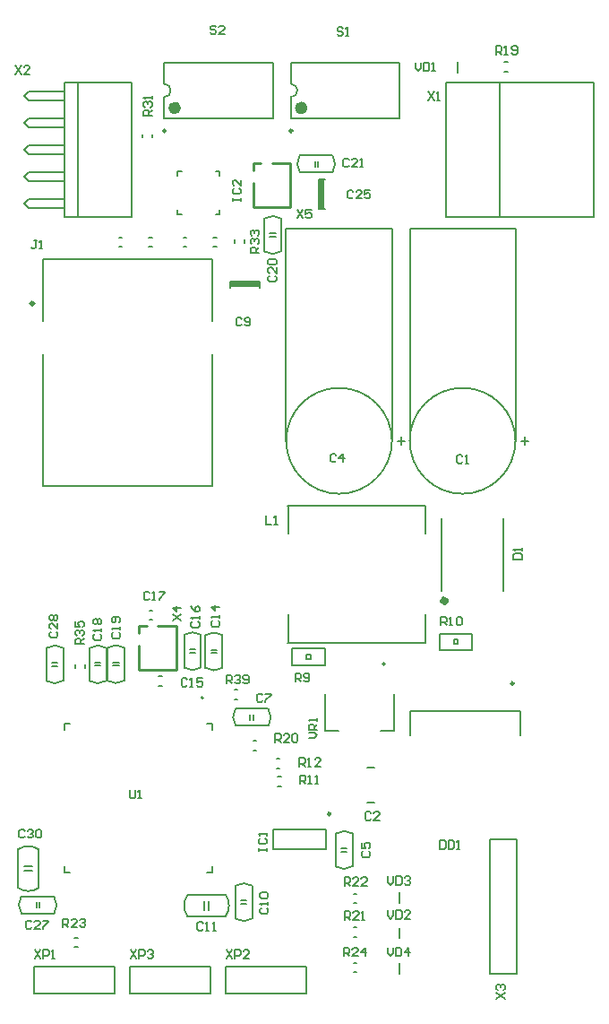
<source format=gto>
G04*
G04 #@! TF.GenerationSoftware,Altium Limited,Altium Designer,20.0.13 (296)*
G04*
G04 Layer_Color=65535*
%FSLAX44Y44*%
%MOMM*%
G71*
G01*
G75*
%ADD10C,0.2500*%
%ADD11C,0.2000*%
%ADD12C,0.6096*%
%ADD13C,0.1500*%
%ADD14C,0.6000*%
%ADD15C,0.3000*%
%ADD16C,0.1270*%
%ADD17C,0.2540*%
%ADD18C,0.1520*%
%ADD19C,0.1524*%
%ADD20R,0.5500X2.8001*%
%ADD21R,2.8000X0.5500*%
D10*
X309300Y229500D02*
G03*
X309300Y229500I-1250J0D01*
G01*
X482500Y352750D02*
G03*
X482500Y352750I-1250J0D01*
G01*
X273400Y874400D02*
G03*
X273400Y874400I-1250J0D01*
G01*
X153650D02*
G03*
X153650Y874400I-1250J0D01*
G01*
D11*
X360750Y371000D02*
G03*
X360750Y371000I-1000J0D01*
G01*
X189000Y338900D02*
G03*
X189000Y338900I-1000J0D01*
G01*
X484250Y581750D02*
G03*
X484250Y581750I-50000J0D01*
G01*
X367500D02*
G03*
X367500Y581750I-50000J0D01*
G01*
X271750Y906150D02*
G03*
X271750Y918850I0J6350D01*
G01*
X152000Y906150D02*
G03*
X152000Y918850I0J6350D01*
G01*
X258250Y272750D02*
X261250D01*
X258250Y281750D02*
X261250D01*
X259500Y255750D02*
X262500D01*
X259500Y264750D02*
X262500D01*
X218500Y337750D02*
X221500D01*
X218500Y346750D02*
X221500D01*
X236500Y289250D02*
X239500D01*
X236500Y298250D02*
X239500D01*
X255500Y214500D02*
X305500D01*
X255500Y196500D02*
X305500D01*
Y214500D01*
X255500Y196500D02*
Y214500D01*
X488500Y303750D02*
Y326250D01*
X384500D02*
X488500D01*
X384500Y303750D02*
Y326250D01*
X374250Y78750D02*
Y88750D01*
Y112000D02*
Y122000D01*
Y145250D02*
Y155250D01*
X331250Y153998D02*
X334250D01*
X331250Y144999D02*
X334250D01*
X331250Y122248D02*
X334250D01*
X331250Y113247D02*
X334250D01*
X331250Y88998D02*
X334250D01*
X331250Y79997D02*
X334250D01*
X68500Y367500D02*
Y370500D01*
X77500Y367500D02*
Y370500D01*
X140500Y868000D02*
Y871000D01*
X131500Y868000D02*
Y871000D01*
X147000Y350500D02*
X150000D01*
X147000Y359500D02*
X150000D01*
X137944Y412750D02*
X140944D01*
X137944Y421750D02*
X140944D01*
X298250Y801000D02*
Y829000D01*
Y801000D02*
X304250D01*
X298250Y829000D02*
X304250D01*
X214500Y732000D02*
X242500D01*
X214500Y726000D02*
Y732000D01*
X242500Y726000D02*
Y732000D01*
X227750Y768750D02*
Y771750D01*
X218750Y768750D02*
Y771750D01*
X473750Y939250D02*
X476750D01*
X473750Y930250D02*
X476750D01*
X469100Y919700D02*
X558000D01*
Y792700D02*
Y919700D01*
X469100Y792700D02*
X558000D01*
X418300D02*
Y919700D01*
X469100Y792700D02*
Y919700D01*
X418300D02*
X469100D01*
X418300Y792700D02*
X469100D01*
X429250Y929250D02*
Y939250D01*
X459800Y205850D02*
X485200D01*
Y78850D02*
Y205850D01*
X459800Y78850D02*
Y205850D01*
Y78850D02*
X485200D01*
X344500Y240250D02*
X350500D01*
X344500Y273250D02*
X350500D01*
X384500Y781750D02*
X484250D01*
X267250D02*
X367500D01*
X493000Y578250D02*
Y585250D01*
X489500Y581750D02*
X496500D01*
X376250Y578250D02*
Y585250D01*
X372750Y581750D02*
X379750D01*
X484250D02*
Y781750D01*
X384500Y581750D02*
Y781750D01*
X367500Y581750D02*
Y781750D01*
X267250Y581750D02*
Y781750D01*
X67250Y103500D02*
X70250D01*
X67250Y112500D02*
X70250D01*
X195675Y59550D02*
Y84950D01*
X119475Y59550D02*
Y84950D01*
X195675D01*
X119475Y59550D02*
X195675D01*
X271750Y886000D02*
X374750D01*
X271750Y939000D02*
X374750D01*
X271750Y886000D02*
Y906150D01*
Y918850D02*
Y939000D01*
X374750Y886000D02*
Y939000D01*
X152000Y886000D02*
X255000D01*
X152000Y939000D02*
X255000D01*
X152000Y886000D02*
Y906150D01*
Y918850D02*
Y939000D01*
X255000Y886000D02*
Y939000D01*
X23834Y911234D02*
X57700D01*
X19600Y907000D02*
X23834Y911234D01*
X19600Y907000D02*
X23834Y902767D01*
X57700D01*
X70400Y919700D02*
X121200D01*
X70400Y792700D02*
X121200D01*
X70400D02*
Y919700D01*
X121200Y792700D02*
Y919700D01*
X19600Y805400D02*
X23834Y801167D01*
X19600Y805400D02*
X23834Y809634D01*
Y826567D02*
X57700D01*
X19600Y830800D02*
X23834Y826567D01*
X19600Y830800D02*
X23834Y835034D01*
X57700D01*
X23834Y809634D02*
X57700D01*
X23834Y801167D02*
X57700D01*
X19600Y856200D02*
X23834Y851967D01*
X19600Y856200D02*
X23834Y860434D01*
Y877367D02*
X57700D01*
X19600Y881600D02*
X23834Y877367D01*
X19600Y881600D02*
X23834Y885834D01*
X57700D01*
X23834Y860434D02*
X57700D01*
X23834Y851967D02*
X57700D01*
Y792700D02*
X70400D01*
X57700D02*
Y919700D01*
X70400D01*
X28900Y59550D02*
Y84950D01*
X105100Y59550D02*
Y84950D01*
X28900Y59550D02*
X105100D01*
X28900Y84950D02*
X105100D01*
X210050Y59550D02*
Y84950D01*
X286250Y59550D02*
Y84950D01*
X210050Y59550D02*
X286250D01*
X210050Y84950D02*
X286250D01*
X170250Y774000D02*
X173250D01*
X170250Y765000D02*
X173250D01*
X137500D02*
X140500D01*
X137500Y774000D02*
X140500D01*
X109250D02*
X112250D01*
X109250Y765000D02*
X112250D01*
X198500D02*
X201500D01*
X198500Y774000D02*
X201500D01*
X280003Y274251D02*
Y282249D01*
X284002D01*
X285335Y280916D01*
Y278250D01*
X284002Y276917D01*
X280003D01*
X282669D02*
X285335Y274251D01*
X288001D02*
X290666D01*
X289334D01*
Y282249D01*
X288001Y280916D01*
X299997Y274251D02*
X294665D01*
X299997Y279583D01*
Y280916D01*
X298664Y282249D01*
X295998D01*
X294665Y280916D01*
X280586Y257751D02*
Y265749D01*
X284585D01*
X285918Y264416D01*
Y261750D01*
X284585Y260417D01*
X280586D01*
X283252D02*
X285918Y257751D01*
X288584D02*
X291249D01*
X289916D01*
Y265749D01*
X288584Y264416D01*
X295248Y257751D02*
X297914D01*
X296581D01*
Y265749D01*
X295248Y264416D01*
X210837Y352501D02*
Y360499D01*
X214835D01*
X216168Y359166D01*
Y356500D01*
X214835Y355167D01*
X210837D01*
X213503D02*
X216168Y352501D01*
X218834Y359166D02*
X220167Y360499D01*
X222833D01*
X224166Y359166D01*
Y357833D01*
X222833Y356500D01*
X221500D01*
X222833D01*
X224166Y355167D01*
Y353834D01*
X222833Y352501D01*
X220167D01*
X218834Y353834D01*
X226832D02*
X228165Y352501D01*
X230830D01*
X232163Y353834D01*
Y359166D01*
X230830Y360499D01*
X228165D01*
X226832Y359166D01*
Y357833D01*
X228165Y356500D01*
X232163D01*
X278085Y799999D02*
X283417Y792001D01*
Y799999D02*
X278085Y792001D01*
X291415Y799999D02*
X286083D01*
Y796000D01*
X288749Y797333D01*
X290082D01*
X291415Y796000D01*
Y793334D01*
X290082Y792001D01*
X287416D01*
X286083Y793334D01*
X160001Y412336D02*
X167999Y417667D01*
X160001D02*
X167999Y412336D01*
Y424332D02*
X160001D01*
X164000Y420333D01*
Y425664D01*
X466251Y55086D02*
X474249Y60417D01*
X466251D02*
X474249Y55086D01*
X467584Y63083D02*
X466251Y64416D01*
Y67082D01*
X467584Y68415D01*
X468917D01*
X470250Y67082D01*
Y65749D01*
Y67082D01*
X471583Y68415D01*
X472916D01*
X474249Y67082D01*
Y64416D01*
X472916Y63083D01*
X413906Y407454D02*
Y415451D01*
X417905D01*
X419238Y414118D01*
Y411453D01*
X417905Y410120D01*
X413906D01*
X416572D02*
X419238Y407454D01*
X421903D02*
X424569D01*
X423236D01*
Y415451D01*
X421903Y414118D01*
X428568D02*
X429901Y415451D01*
X432567D01*
X433899Y414118D01*
Y408787D01*
X432567Y407454D01*
X429901D01*
X428568Y408787D01*
Y414118D01*
X276085Y354251D02*
Y362249D01*
X280084D01*
X281417Y360916D01*
Y358250D01*
X280084Y356917D01*
X276085D01*
X278751D02*
X281417Y354251D01*
X284083Y355584D02*
X285416Y354251D01*
X288082D01*
X289415Y355584D01*
Y360916D01*
X288082Y362249D01*
X285416D01*
X284083Y360916D01*
Y359583D01*
X285416Y358250D01*
X289415D01*
X434250Y567166D02*
X432917Y568499D01*
X430251D01*
X428918Y567166D01*
Y561834D01*
X430251Y560501D01*
X432917D01*
X434250Y561834D01*
X436916Y560501D02*
X439582D01*
X438249D01*
Y568499D01*
X436916Y567166D01*
X120394Y100959D02*
X125726Y92962D01*
Y100959D02*
X120394Y92962D01*
X128391D02*
Y100959D01*
X132390D01*
X133723Y99627D01*
Y96961D01*
X132390Y95628D01*
X128391D01*
X136389Y99627D02*
X137722Y100959D01*
X140388D01*
X141720Y99627D01*
Y98294D01*
X140388Y96961D01*
X139055D01*
X140388D01*
X141720Y95628D01*
Y94295D01*
X140388Y92962D01*
X137722D01*
X136389Y94295D01*
X251834Y737418D02*
X250501Y736086D01*
Y733420D01*
X251834Y732087D01*
X257166D01*
X258499Y733420D01*
Y736086D01*
X257166Y737418D01*
X258499Y745416D02*
Y740084D01*
X253167Y745416D01*
X251834D01*
X250501Y744083D01*
Y741417D01*
X251834Y740084D01*
Y748082D02*
X250501Y749415D01*
Y752080D01*
X251834Y753413D01*
X257166D01*
X258499Y752080D01*
Y749415D01*
X257166Y748082D01*
X251834D01*
X11682Y935857D02*
X17014Y927860D01*
Y935857D02*
X11682Y927860D01*
X25011D02*
X19679D01*
X25011Y933192D01*
Y934525D01*
X23678Y935857D01*
X21012D01*
X19679Y934525D01*
X211072Y100959D02*
X216404Y92962D01*
Y100959D02*
X211072Y92962D01*
X219069D02*
Y100959D01*
X223068D01*
X224401Y99627D01*
Y96961D01*
X223068Y95628D01*
X219069D01*
X232398Y92962D02*
X227067D01*
X232398Y98294D01*
Y99627D01*
X231066Y100959D01*
X228400D01*
X227067Y99627D01*
X29970Y100959D02*
X35302Y92962D01*
Y100959D02*
X29970Y92962D01*
X37967D02*
Y100959D01*
X41966D01*
X43299Y99627D01*
Y96961D01*
X41966Y95628D01*
X37967D01*
X45965Y92962D02*
X48631D01*
X47298D01*
Y100959D01*
X45965Y99627D01*
X401918Y911249D02*
X407250Y903251D01*
Y911249D02*
X401918Y903251D01*
X409916D02*
X412582D01*
X411249D01*
Y911249D01*
X409916Y909916D01*
X288751Y300920D02*
X294083D01*
X296749Y303585D01*
X294083Y306251D01*
X288751D01*
X296749Y308917D02*
X288751D01*
Y312916D01*
X290084Y314249D01*
X292750D01*
X294083Y312916D01*
Y308917D01*
Y311583D02*
X296749Y314249D01*
Y316915D02*
Y319580D01*
Y318247D01*
X288751D01*
X290084Y316915D01*
X363337Y102999D02*
Y97667D01*
X366003Y95001D01*
X368668Y97667D01*
Y102999D01*
X371334D02*
Y95001D01*
X375333D01*
X376666Y96334D01*
Y101666D01*
X375333Y102999D01*
X371334D01*
X383330Y95001D02*
Y102999D01*
X379332Y99000D01*
X384663D01*
X363587Y170499D02*
Y165167D01*
X366253Y162501D01*
X368918Y165167D01*
Y170499D01*
X371584D02*
Y162501D01*
X375583D01*
X376916Y163834D01*
Y169166D01*
X375583Y170499D01*
X371584D01*
X379582Y169166D02*
X380914Y170499D01*
X383580D01*
X384913Y169166D01*
Y167833D01*
X383580Y166500D01*
X382247D01*
X383580D01*
X384913Y165167D01*
Y163834D01*
X383580Y162501D01*
X380914D01*
X379582Y163834D01*
X363587Y138499D02*
Y133167D01*
X366253Y130501D01*
X368918Y133167D01*
Y138499D01*
X371584D02*
Y130501D01*
X375583D01*
X376916Y131834D01*
Y137166D01*
X375583Y138499D01*
X371584D01*
X384913Y130501D02*
X379582D01*
X384913Y135833D01*
Y137166D01*
X383580Y138499D01*
X380914D01*
X379582Y137166D01*
X389420Y938999D02*
Y933667D01*
X392085Y931001D01*
X394751Y933667D01*
Y938999D01*
X397417D02*
Y931001D01*
X401416D01*
X402749Y932334D01*
Y937666D01*
X401416Y938999D01*
X397417D01*
X405415Y931001D02*
X408080D01*
X406747D01*
Y938999D01*
X405415Y937666D01*
X119668Y251999D02*
Y245334D01*
X121001Y244001D01*
X123667D01*
X125000Y245334D01*
Y251999D01*
X127666Y244001D02*
X130332D01*
X128999D01*
Y251999D01*
X127666Y250666D01*
X201167Y972416D02*
X199834Y973749D01*
X197168D01*
X195835Y972416D01*
Y971083D01*
X197168Y969750D01*
X199834D01*
X201167Y968417D01*
Y967084D01*
X199834Y965751D01*
X197168D01*
X195835Y967084D01*
X209165Y965751D02*
X203833D01*
X209165Y971083D01*
Y972416D01*
X207832Y973749D01*
X205166D01*
X203833Y972416D01*
X321250Y970916D02*
X319917Y972249D01*
X317251D01*
X315918Y970916D01*
Y969583D01*
X317251Y968250D01*
X319917D01*
X321250Y966917D01*
Y965584D01*
X319917Y964251D01*
X317251D01*
X315918Y965584D01*
X323916Y964251D02*
X326582D01*
X325249D01*
Y972249D01*
X323916Y970916D01*
X76249Y389837D02*
X68251D01*
Y393835D01*
X69584Y395168D01*
X72250D01*
X73583Y393835D01*
Y389837D01*
Y392503D02*
X76249Y395168D01*
X69584Y397834D02*
X68251Y399167D01*
Y401833D01*
X69584Y403166D01*
X70917D01*
X72250Y401833D01*
Y400500D01*
Y401833D01*
X73583Y403166D01*
X74916D01*
X76249Y401833D01*
Y399167D01*
X74916Y397834D01*
X68251Y411163D02*
Y405832D01*
X72250D01*
X70917Y408498D01*
Y409830D01*
X72250Y411163D01*
X74916D01*
X76249Y409830D01*
Y407165D01*
X74916Y405832D01*
X241749Y759337D02*
X233751D01*
Y763335D01*
X235084Y764668D01*
X237750D01*
X239083Y763335D01*
Y759337D01*
Y762003D02*
X241749Y764668D01*
X235084Y767334D02*
X233751Y768667D01*
Y771333D01*
X235084Y772666D01*
X236417D01*
X237750Y771333D01*
Y770000D01*
Y771333D01*
X239083Y772666D01*
X240416D01*
X241749Y771333D01*
Y768667D01*
X240416Y767334D01*
X235084Y775332D02*
X233751Y776665D01*
Y779330D01*
X235084Y780663D01*
X236417D01*
X237750Y779330D01*
Y777997D01*
Y779330D01*
X239083Y780663D01*
X240416D01*
X241749Y779330D01*
Y776665D01*
X240416Y775332D01*
X140499Y888670D02*
X132501D01*
Y892668D01*
X133834Y894001D01*
X136500D01*
X137833Y892668D01*
Y888670D01*
Y891336D02*
X140499Y894001D01*
X133834Y896667D02*
X132501Y898000D01*
Y900666D01*
X133834Y901999D01*
X135167D01*
X136500Y900666D01*
Y899333D01*
Y900666D01*
X137833Y901999D01*
X139166D01*
X140499Y900666D01*
Y898000D01*
X139166Y896667D01*
X140499Y904665D02*
Y907330D01*
Y905997D01*
X132501D01*
X133834Y904665D01*
X322087Y95001D02*
Y102999D01*
X326086D01*
X327418Y101666D01*
Y99000D01*
X326086Y97667D01*
X322087D01*
X324753D02*
X327418Y95001D01*
X335416D02*
X330084D01*
X335416Y100333D01*
Y101666D01*
X334083Y102999D01*
X331417D01*
X330084Y101666D01*
X342080Y95001D02*
Y102999D01*
X338082Y99000D01*
X343413D01*
X56314Y122458D02*
Y130455D01*
X60313D01*
X61646Y129122D01*
Y126457D01*
X60313Y125124D01*
X56314D01*
X58980D02*
X61646Y122458D01*
X69643D02*
X64311D01*
X69643Y127790D01*
Y129122D01*
X68310Y130455D01*
X65644D01*
X64311Y129122D01*
X72309D02*
X73642Y130455D01*
X76308D01*
X77640Y129122D01*
Y127790D01*
X76308Y126457D01*
X74975D01*
X76308D01*
X77640Y125124D01*
Y123791D01*
X76308Y122458D01*
X73642D01*
X72309Y123791D01*
X322587Y161501D02*
Y169499D01*
X326586D01*
X327918Y168166D01*
Y165500D01*
X326586Y164167D01*
X322587D01*
X325253D02*
X327918Y161501D01*
X335916D02*
X330584D01*
X335916Y166833D01*
Y168166D01*
X334583Y169499D01*
X331917D01*
X330584Y168166D01*
X343913Y161501D02*
X338582D01*
X343913Y166833D01*
Y168166D01*
X342580Y169499D01*
X339915D01*
X338582Y168166D01*
X322920Y129501D02*
Y137499D01*
X326918D01*
X328251Y136166D01*
Y133500D01*
X326918Y132167D01*
X322920D01*
X325586D02*
X328251Y129501D01*
X336249D02*
X330917D01*
X336249Y134833D01*
Y136166D01*
X334916Y137499D01*
X332250D01*
X330917Y136166D01*
X338914Y129501D02*
X341580D01*
X340247D01*
Y137499D01*
X338914Y136166D01*
X257087Y297001D02*
Y304999D01*
X261085D01*
X262418Y303666D01*
Y301000D01*
X261085Y299667D01*
X257087D01*
X259753D02*
X262418Y297001D01*
X270416D02*
X265084D01*
X270416Y302333D01*
Y303666D01*
X269083Y304999D01*
X266417D01*
X265084Y303666D01*
X273082D02*
X274415Y304999D01*
X277080D01*
X278413Y303666D01*
Y298334D01*
X277080Y297001D01*
X274415D01*
X273082Y298334D01*
Y303666D01*
X466003Y946501D02*
Y954499D01*
X470002D01*
X471335Y953166D01*
Y950500D01*
X470002Y949167D01*
X466003D01*
X468669D02*
X471335Y946501D01*
X474001D02*
X476666D01*
X475334D01*
Y954499D01*
X474001Y953166D01*
X480665Y947834D02*
X481998Y946501D01*
X484664D01*
X485997Y947834D01*
Y953166D01*
X484664Y954499D01*
X481998D01*
X480665Y953166D01*
Y951833D01*
X481998Y950500D01*
X485997D01*
X248418Y510999D02*
Y503001D01*
X253750D01*
X256416D02*
X259082D01*
X257749D01*
Y510999D01*
X256416Y509666D01*
X31746Y771011D02*
X29080D01*
X30413D01*
Y764347D01*
X29080Y763014D01*
X27747D01*
X26414Y764347D01*
X34411Y763014D02*
X37077D01*
X35744D01*
Y771011D01*
X34411Y769678D01*
X216751Y808003D02*
Y810669D01*
Y809336D01*
X224749D01*
Y808003D01*
Y810669D01*
X218084Y819999D02*
X216751Y818667D01*
Y816001D01*
X218084Y814668D01*
X223416D01*
X224749Y816001D01*
Y818667D01*
X223416Y819999D01*
X224749Y827997D02*
Y822665D01*
X219417Y827997D01*
X218084D01*
X216751Y826664D01*
Y823998D01*
X218084Y822665D01*
X241251Y194336D02*
Y197002D01*
Y195669D01*
X249249D01*
Y194336D01*
Y197002D01*
X242584Y206332D02*
X241251Y204999D01*
Y202334D01*
X242584Y201001D01*
X247916D01*
X249249Y202334D01*
Y204999D01*
X247916Y206332D01*
X249249Y208998D02*
Y211664D01*
Y210331D01*
X241251D01*
X242584Y208998D01*
X412920Y204249D02*
Y196251D01*
X416918D01*
X418251Y197584D01*
Y202916D01*
X416918Y204249D01*
X412920D01*
X420917D02*
Y196251D01*
X424916D01*
X426249Y197584D01*
Y202916D01*
X424916Y204249D01*
X420917D01*
X428914Y196251D02*
X431580D01*
X430247D01*
Y204249D01*
X428914Y202916D01*
X482501Y469918D02*
X490499D01*
Y473917D01*
X489166Y475250D01*
X483834D01*
X482501Y473917D01*
Y469918D01*
X490499Y477916D02*
Y480582D01*
Y479249D01*
X482501D01*
X483834Y477916D01*
X20316Y213419D02*
X18983Y214751D01*
X16317D01*
X14984Y213419D01*
Y208087D01*
X16317Y206754D01*
X18983D01*
X20316Y208087D01*
X22981Y213419D02*
X24314Y214751D01*
X26980D01*
X28313Y213419D01*
Y212086D01*
X26980Y210753D01*
X25647D01*
X26980D01*
X28313Y209420D01*
Y208087D01*
X26980Y206754D01*
X24314D01*
X22981Y208087D01*
X30979Y213419D02*
X32312Y214751D01*
X34978D01*
X36310Y213419D01*
Y208087D01*
X34978Y206754D01*
X32312D01*
X30979Y208087D01*
Y213419D01*
X44834Y401418D02*
X43501Y400085D01*
Y397420D01*
X44834Y396087D01*
X50166D01*
X51499Y397420D01*
Y400085D01*
X50166Y401418D01*
X51499Y409416D02*
Y404084D01*
X46167Y409416D01*
X44834D01*
X43501Y408083D01*
Y405417D01*
X44834Y404084D01*
Y412082D02*
X43501Y413414D01*
Y416080D01*
X44834Y417413D01*
X46167D01*
X47500Y416080D01*
X48833Y417413D01*
X50166D01*
X51499Y416080D01*
Y413414D01*
X50166Y412082D01*
X48833D01*
X47500Y413414D01*
X46167Y412082D01*
X44834D01*
X47500Y413414D02*
Y416080D01*
X26668Y127416D02*
X25336Y128749D01*
X22670D01*
X21337Y127416D01*
Y122084D01*
X22670Y120751D01*
X25336D01*
X26668Y122084D01*
X34666Y120751D02*
X29334D01*
X34666Y126083D01*
Y127416D01*
X33333Y128749D01*
X30667D01*
X29334Y127416D01*
X37332Y128749D02*
X42663D01*
Y127416D01*
X37332Y122084D01*
Y120751D01*
X330918Y817166D02*
X329585Y818499D01*
X326920D01*
X325587Y817166D01*
Y811834D01*
X326920Y810501D01*
X329585D01*
X330918Y811834D01*
X338916Y810501D02*
X333584D01*
X338916Y815833D01*
Y817166D01*
X337583Y818499D01*
X334917D01*
X333584Y817166D01*
X346913Y818499D02*
X341582D01*
Y814500D01*
X344247Y815833D01*
X345580D01*
X346913Y814500D01*
Y811834D01*
X345580Y810501D01*
X342915D01*
X341582Y811834D01*
X326751Y846916D02*
X325418Y848249D01*
X322753D01*
X321420Y846916D01*
Y841584D01*
X322753Y840251D01*
X325418D01*
X326751Y841584D01*
X334749Y840251D02*
X329417D01*
X334749Y845583D01*
Y846916D01*
X333416Y848249D01*
X330750D01*
X329417Y846916D01*
X337415Y840251D02*
X340080D01*
X338747D01*
Y848249D01*
X337415Y846916D01*
X103834Y400835D02*
X102501Y399502D01*
Y396836D01*
X103834Y395503D01*
X109166D01*
X110499Y396836D01*
Y399502D01*
X109166Y400835D01*
X110499Y403501D02*
Y406166D01*
Y404834D01*
X102501D01*
X103834Y403501D01*
X109166Y410165D02*
X110499Y411498D01*
Y414164D01*
X109166Y415497D01*
X103834D01*
X102501Y414164D01*
Y411498D01*
X103834Y410165D01*
X105167D01*
X106500Y411498D01*
Y415497D01*
X86334Y399085D02*
X85001Y397752D01*
Y395086D01*
X86334Y393753D01*
X91666D01*
X92999Y395086D01*
Y397752D01*
X91666Y399085D01*
X92999Y401751D02*
Y404416D01*
Y403083D01*
X85001D01*
X86334Y401751D01*
Y408415D02*
X85001Y409748D01*
Y412414D01*
X86334Y413747D01*
X87667D01*
X89000Y412414D01*
X90333Y413747D01*
X91666D01*
X92999Y412414D01*
Y409748D01*
X91666Y408415D01*
X90333D01*
X89000Y409748D01*
X87667Y408415D01*
X86334D01*
X89000Y409748D02*
Y412414D01*
X138335Y437916D02*
X137002Y439249D01*
X134336D01*
X133003Y437916D01*
Y432584D01*
X134336Y431251D01*
X137002D01*
X138335Y432584D01*
X141001Y431251D02*
X143666D01*
X142333D01*
Y439249D01*
X141001Y437916D01*
X147665Y439249D02*
X152997D01*
Y437916D01*
X147665Y432584D01*
Y431251D01*
X178834Y410835D02*
X177501Y409502D01*
Y406836D01*
X178834Y405503D01*
X184166D01*
X185499Y406836D01*
Y409502D01*
X184166Y410835D01*
X185499Y413501D02*
Y416166D01*
Y414834D01*
X177501D01*
X178834Y413501D01*
X177501Y425497D02*
X178834Y422831D01*
X181500Y420165D01*
X184166D01*
X185499Y421498D01*
Y424164D01*
X184166Y425497D01*
X182833D01*
X181500Y424164D01*
Y420165D01*
X173835Y356166D02*
X172502Y357499D01*
X169836D01*
X168503Y356166D01*
Y350834D01*
X169836Y349501D01*
X172502D01*
X173835Y350834D01*
X176501Y349501D02*
X179167D01*
X177834D01*
Y357499D01*
X176501Y356166D01*
X188497Y357499D02*
X183165D01*
Y353500D01*
X185831Y354833D01*
X187164D01*
X188497Y353500D01*
Y350834D01*
X187164Y349501D01*
X184498D01*
X183165Y350834D01*
X197834Y411835D02*
X196501Y410502D01*
Y407836D01*
X197834Y406503D01*
X203166D01*
X204499Y407836D01*
Y410502D01*
X203166Y411835D01*
X204499Y414501D02*
Y417166D01*
Y415834D01*
X196501D01*
X197834Y414501D01*
X204499Y425164D02*
X196501D01*
X200500Y421165D01*
Y426497D01*
X188918Y125916D02*
X187585Y127249D01*
X184919D01*
X183586Y125916D01*
Y120584D01*
X184919Y119251D01*
X187585D01*
X188918Y120584D01*
X191584Y119251D02*
X194249D01*
X192917D01*
Y127249D01*
X191584Y125916D01*
X198248Y119251D02*
X200914D01*
X199581D01*
Y127249D01*
X198248Y125916D01*
X243834Y140585D02*
X242501Y139252D01*
Y136586D01*
X243834Y135253D01*
X249166D01*
X250499Y136586D01*
Y139252D01*
X249166Y140585D01*
X250499Y143251D02*
Y145917D01*
Y144584D01*
X242501D01*
X243834Y143251D01*
Y149915D02*
X242501Y151248D01*
Y153914D01*
X243834Y155247D01*
X249166D01*
X250499Y153914D01*
Y151248D01*
X249166Y149915D01*
X243834D01*
X225417Y696916D02*
X224084Y698249D01*
X221418D01*
X220086Y696916D01*
Y691584D01*
X221418Y690251D01*
X224084D01*
X225417Y691584D01*
X228083D02*
X229416Y690251D01*
X232082D01*
X233414Y691584D01*
Y696916D01*
X232082Y698249D01*
X229416D01*
X228083Y696916D01*
Y695583D01*
X229416Y694250D01*
X233414D01*
X245167Y341666D02*
X243834Y342999D01*
X241168D01*
X239835Y341666D01*
Y336334D01*
X241168Y335001D01*
X243834D01*
X245167Y336334D01*
X247833Y342999D02*
X253165D01*
Y341666D01*
X247833Y336334D01*
Y335001D01*
X340084Y194167D02*
X338751Y192834D01*
Y190168D01*
X340084Y188836D01*
X345416D01*
X346749Y190168D01*
Y192834D01*
X345416Y194167D01*
X338751Y202164D02*
Y196833D01*
X342750D01*
X341417Y199499D01*
Y200832D01*
X342750Y202164D01*
X345416D01*
X346749Y200832D01*
Y198166D01*
X345416Y196833D01*
X314667Y568166D02*
X313334Y569499D01*
X310668D01*
X309335Y568166D01*
Y562834D01*
X310668Y561501D01*
X313334D01*
X314667Y562834D01*
X321332Y561501D02*
Y569499D01*
X317333Y565500D01*
X322664D01*
X347667Y230166D02*
X346334Y231499D01*
X343668D01*
X342336Y230166D01*
Y224834D01*
X343668Y223501D01*
X346334D01*
X347667Y224834D01*
X355664Y223501D02*
X350333D01*
X355664Y228833D01*
Y230166D01*
X354332Y231499D01*
X351666D01*
X350333Y230166D01*
D12*
X418330Y430820D02*
G03*
X418330Y430820I-1500J0D01*
G01*
D13*
X207262Y398405D02*
G03*
X191350Y398300I-7877J-12168D01*
G01*
X191238Y367295D02*
G03*
X207150Y367400I7877J12168D01*
G01*
X187013Y398655D02*
G03*
X171100Y398550I-7877J-12168D01*
G01*
X170987Y367546D02*
G03*
X186900Y367650I7877J12168D01*
G01*
X219595Y328763D02*
G03*
X219700Y312850I12168J-7877D01*
G01*
X250704Y312738D02*
G03*
X250600Y328650I-12168J7877D01*
G01*
X314237Y179846D02*
G03*
X330150Y179950I7877J12168D01*
G01*
X330262Y210954D02*
G03*
X314350Y210850I-7877J-12168D01*
G01*
X235513Y161655D02*
G03*
X219600Y161550I-7877J-12168D01*
G01*
X219487Y130546D02*
G03*
X235400Y130650I7877J12168D01*
G01*
X48155Y135487D02*
G03*
X48050Y151400I-12168J7877D01*
G01*
X17046Y151512D02*
G03*
X17150Y135600I12168J-7877D01*
G01*
X40738Y355095D02*
G03*
X56650Y355200I7877J12168D01*
G01*
X56762Y386204D02*
G03*
X40850Y386100I-7877J-12168D01*
G01*
X114513Y386405D02*
G03*
X98600Y386300I-7877J-12168D01*
G01*
X98488Y355295D02*
G03*
X114400Y355400I7877J12168D01*
G01*
X97513Y386155D02*
G03*
X81600Y386050I-7877J-12168D01*
G01*
X81488Y355046D02*
G03*
X97400Y355150I7877J12168D01*
G01*
X174250Y153000D02*
G03*
X174174Y133016I14270J-10047D01*
G01*
X210250Y133000D02*
G03*
X210326Y152984I-14270J10047D01*
G01*
X311405Y835238D02*
G03*
X311300Y851150I-12168J7877D01*
G01*
X280296Y851263D02*
G03*
X280400Y835350I12168J-7877D01*
G01*
X262763Y791655D02*
G03*
X246850Y791550I-7877J-12168D01*
G01*
X246737Y760546D02*
G03*
X262650Y760650I7877J12168D01*
G01*
X33750Y195750D02*
G03*
X13766Y195826I-10047J-14270D01*
G01*
X13750Y159750D02*
G03*
X33734Y159674I10047J14270D01*
G01*
X273250Y385750D02*
X304000D01*
X273250Y369750D02*
Y385750D01*
Y369750D02*
X304000D01*
Y385750D01*
X290750Y375500D02*
Y379750D01*
X286750Y375500D02*
X290750D01*
X286750D02*
Y379750D01*
X290750D01*
X191250Y367500D02*
Y398250D01*
X207250Y367500D02*
Y398250D01*
X196650Y384400D02*
X201950D01*
X196650Y381600D02*
X201950D01*
X171000Y367750D02*
Y398500D01*
X187000Y367750D02*
Y398500D01*
X176400Y384650D02*
X181700D01*
X176400Y381850D02*
X181700D01*
X219750Y312750D02*
X250500D01*
X219750Y328750D02*
X250500D01*
X233600Y318150D02*
Y323450D01*
X236400Y318150D02*
Y323450D01*
X330250Y180000D02*
Y210750D01*
X314250Y180000D02*
Y210750D01*
X319550Y193850D02*
X324850D01*
X319550Y196650D02*
X324850D01*
X219500Y130750D02*
Y161500D01*
X235500Y130750D02*
Y161500D01*
X224900Y147650D02*
X230200D01*
X224900Y144850D02*
X230200D01*
X17250Y151500D02*
X48000D01*
X17250Y135500D02*
X48000D01*
X34150Y140800D02*
Y146100D01*
X31350Y140800D02*
Y146100D01*
X56750Y355250D02*
Y386000D01*
X40750Y355250D02*
Y386000D01*
X46050Y369100D02*
X51350D01*
X46050Y371900D02*
X51350D01*
X98500Y355500D02*
Y386250D01*
X114500Y355500D02*
Y386250D01*
X103900Y372400D02*
X109200D01*
X103900Y369600D02*
X109200D01*
X81500Y355250D02*
Y386000D01*
X97500Y355250D02*
Y386000D01*
X86900Y372150D02*
X92200D01*
X86900Y369350D02*
X92200D01*
X174250Y153000D02*
X210250D01*
X174250Y133000D02*
X210250D01*
X194250Y138900D02*
Y147000D01*
X190250Y139000D02*
Y147000D01*
X280500Y851250D02*
X311250D01*
X280500Y835250D02*
X311250D01*
X297400Y840550D02*
Y845850D01*
X294600Y840550D02*
Y845850D01*
X246750Y760750D02*
Y791500D01*
X262750Y760750D02*
Y791500D01*
X252150Y777650D02*
X257450D01*
X252150Y774850D02*
X257450D01*
X426000Y389750D02*
X430000D01*
Y394000D01*
X426000D02*
X430000D01*
X426000Y389750D02*
Y394000D01*
X412750Y383750D02*
Y399750D01*
X443500D01*
Y383750D02*
Y399750D01*
X412750Y383750D02*
X443500D01*
X19750Y175750D02*
X27750D01*
X19750Y179750D02*
X27850D01*
X33750Y159750D02*
Y195750D01*
X13750Y159750D02*
Y195750D01*
D14*
X284750Y896000D02*
G03*
X284750Y896000I-3000J0D01*
G01*
X165000D02*
G03*
X165000Y896000I-3000J0D01*
G01*
D15*
X29000Y711500D02*
G03*
X29000Y711500I-1500J0D01*
G01*
D16*
X304250Y307500D02*
Y342500D01*
Y307500D02*
X316650D01*
X369250D02*
Y342500D01*
X356850Y307500D02*
X369250D01*
X414300Y439700D02*
Y508300D01*
X472700Y439700D02*
Y508300D01*
X192600Y314500D02*
X198000D01*
X58000D02*
X63400D01*
X192600Y174500D02*
X198000D01*
X58000D02*
X63400D01*
X198000Y309100D02*
Y314500D01*
X58000Y309100D02*
Y314500D01*
X198000Y174500D02*
Y179900D01*
X58000Y174500D02*
Y179900D01*
X164720Y795800D02*
X168740D01*
X164660Y795860D02*
X164720Y795800D01*
X164660Y795860D02*
Y799820D01*
X200740Y795770D02*
X204700D01*
X204760Y795830D02*
Y799850D01*
X164730Y835850D02*
X168690D01*
X164670Y831770D02*
Y835790D01*
X204780Y831820D02*
Y835780D01*
X200700Y835840D02*
X204720D01*
X37500Y753300D02*
X197500D01*
X37500Y539300D02*
X197500D01*
Y663500D01*
Y694500D02*
Y753300D01*
X37500Y539300D02*
Y663500D01*
Y694500D02*
Y753300D01*
D17*
X128614Y365488D02*
Y388602D01*
Y365488D02*
X163666D01*
Y407398D01*
X146394D02*
X163666D01*
X128614Y400540D02*
Y407398D01*
X135980D01*
X236364Y802238D02*
Y825352D01*
Y802238D02*
X271416D01*
Y844148D01*
X254144D02*
X271416D01*
X236364Y837290D02*
Y844148D01*
X243730D01*
D18*
X269230Y493850D02*
Y520750D01*
X269000D02*
X269230D01*
Y390750D02*
Y417650D01*
X269000Y390750D02*
X269230D01*
X398770Y493850D02*
Y520750D01*
X399000D01*
X398770Y390750D02*
Y417650D01*
Y390750D02*
X399000D01*
X398770D02*
X399000D01*
D19*
X269000Y520750D02*
X399000D01*
X269000Y390750D02*
X399000D01*
D20*
X301000Y815000D02*
D03*
D21*
X228500Y729249D02*
D03*
M02*

</source>
